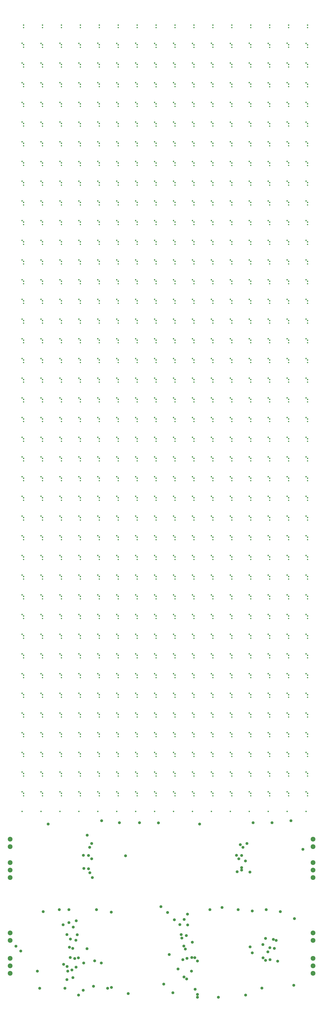
<source format=gts>
G04 Layer_Color=8388736*
%FSLAX25Y25*%
%MOIN*%
G70*
G01*
G75*
%ADD20C,0.09658*%
%ADD21C,0.02600*%
%ADD22C,0.02800*%
%ADD23C,0.05800*%
D20*
X4846500Y2388500D02*
D03*
Y2373500D02*
D03*
Y2358500D02*
D03*
X4238500Y2388500D02*
D03*
Y2373500D02*
D03*
Y2358500D02*
D03*
X4846500Y2232500D02*
D03*
Y2247500D02*
D03*
X4238500Y2232500D02*
D03*
Y2247500D02*
D03*
X4846500Y2196500D02*
D03*
Y2181500D02*
D03*
Y2166500D02*
D03*
X4238500Y2196500D02*
D03*
Y2181500D02*
D03*
Y2166500D02*
D03*
X4846500Y2420500D02*
D03*
Y2435500D02*
D03*
X4238500Y2420500D02*
D03*
Y2435500D02*
D03*
D21*
X4265500Y2522543D02*
D03*
Y2562043D02*
D03*
Y2601543D02*
D03*
Y2641043D02*
D03*
Y2680543D02*
D03*
Y2720043D02*
D03*
Y2759543D02*
D03*
Y2799043D02*
D03*
Y2838543D02*
D03*
Y3154543D02*
D03*
Y3470543D02*
D03*
Y3786587D02*
D03*
Y2878043D02*
D03*
Y3194043D02*
D03*
Y3510043D02*
D03*
Y3826086D02*
D03*
Y2917543D02*
D03*
Y3233543D02*
D03*
Y3549543D02*
D03*
Y3865586D02*
D03*
Y2957043D02*
D03*
Y3273043D02*
D03*
Y3589043D02*
D03*
Y3905087D02*
D03*
Y2996543D02*
D03*
Y3312543D02*
D03*
Y3628543D02*
D03*
Y3944587D02*
D03*
Y3036043D02*
D03*
Y3352043D02*
D03*
Y3668043D02*
D03*
Y3984087D02*
D03*
Y3075543D02*
D03*
Y3391543D02*
D03*
Y3707543D02*
D03*
Y4023587D02*
D03*
Y3115043D02*
D03*
Y3431043D02*
D03*
Y3747043D02*
D03*
Y4063087D02*
D03*
X4303500Y2522500D02*
D03*
Y2562000D02*
D03*
Y2601500D02*
D03*
Y2641000D02*
D03*
Y2680500D02*
D03*
Y2720000D02*
D03*
Y2759500D02*
D03*
Y2799000D02*
D03*
Y2838500D02*
D03*
Y3154500D02*
D03*
Y3470500D02*
D03*
Y3786500D02*
D03*
Y2878000D02*
D03*
Y3194000D02*
D03*
Y3510000D02*
D03*
Y3826000D02*
D03*
Y2917500D02*
D03*
Y3233500D02*
D03*
Y3549500D02*
D03*
Y3865500D02*
D03*
Y2957000D02*
D03*
Y3273000D02*
D03*
Y3589000D02*
D03*
Y3905000D02*
D03*
Y2996500D02*
D03*
Y3312500D02*
D03*
Y3628500D02*
D03*
Y3944500D02*
D03*
Y3036000D02*
D03*
Y3352000D02*
D03*
Y3668000D02*
D03*
Y3984000D02*
D03*
Y3075500D02*
D03*
Y3391500D02*
D03*
Y3707500D02*
D03*
Y4023500D02*
D03*
Y3115000D02*
D03*
Y3431000D02*
D03*
Y3747000D02*
D03*
Y4063000D02*
D03*
X4341500Y2522543D02*
D03*
Y2562043D02*
D03*
Y2601543D02*
D03*
Y2641043D02*
D03*
Y2680543D02*
D03*
Y2720043D02*
D03*
Y2759543D02*
D03*
Y2799043D02*
D03*
Y2838543D02*
D03*
Y3154543D02*
D03*
Y3470543D02*
D03*
Y3786587D02*
D03*
Y2878043D02*
D03*
Y3194043D02*
D03*
Y3510043D02*
D03*
Y3826086D02*
D03*
Y2917543D02*
D03*
Y3233543D02*
D03*
Y3549543D02*
D03*
Y3865586D02*
D03*
Y2957043D02*
D03*
Y3273043D02*
D03*
Y3589043D02*
D03*
Y3905087D02*
D03*
Y2996543D02*
D03*
Y3312543D02*
D03*
Y3628543D02*
D03*
Y3944587D02*
D03*
Y3036043D02*
D03*
Y3352043D02*
D03*
Y3668043D02*
D03*
Y3984087D02*
D03*
Y3075543D02*
D03*
Y3391543D02*
D03*
Y3707543D02*
D03*
Y4023587D02*
D03*
Y3115043D02*
D03*
Y3431043D02*
D03*
Y3747043D02*
D03*
Y4063087D02*
D03*
X4379500Y2522500D02*
D03*
Y2562000D02*
D03*
Y2601500D02*
D03*
Y2641000D02*
D03*
Y2680500D02*
D03*
Y2720000D02*
D03*
Y2759500D02*
D03*
Y2799000D02*
D03*
Y2838500D02*
D03*
Y3154500D02*
D03*
Y3470500D02*
D03*
Y3786500D02*
D03*
Y2878000D02*
D03*
Y3194000D02*
D03*
Y3510000D02*
D03*
Y3826000D02*
D03*
Y2917500D02*
D03*
Y3233500D02*
D03*
Y3549500D02*
D03*
Y3865500D02*
D03*
Y2957000D02*
D03*
Y3273000D02*
D03*
Y3589000D02*
D03*
Y3905000D02*
D03*
Y2996500D02*
D03*
Y3312500D02*
D03*
Y3628500D02*
D03*
Y3944500D02*
D03*
Y3036000D02*
D03*
Y3352000D02*
D03*
Y3668000D02*
D03*
Y3984000D02*
D03*
Y3075500D02*
D03*
Y3391500D02*
D03*
Y3707500D02*
D03*
Y4023500D02*
D03*
Y3115000D02*
D03*
Y3431000D02*
D03*
Y3747000D02*
D03*
Y4063000D02*
D03*
X4417500Y2522543D02*
D03*
Y2562043D02*
D03*
Y2601543D02*
D03*
Y2641043D02*
D03*
Y2680543D02*
D03*
Y2720043D02*
D03*
Y2759543D02*
D03*
Y2799043D02*
D03*
Y2838543D02*
D03*
Y3154543D02*
D03*
Y3470543D02*
D03*
Y3786587D02*
D03*
Y2878043D02*
D03*
Y3194043D02*
D03*
Y3510043D02*
D03*
Y3826086D02*
D03*
Y2917543D02*
D03*
Y3233543D02*
D03*
Y3549543D02*
D03*
Y3865586D02*
D03*
Y2957043D02*
D03*
Y3273043D02*
D03*
Y3589043D02*
D03*
Y3905087D02*
D03*
Y2996543D02*
D03*
Y3312543D02*
D03*
Y3628543D02*
D03*
Y3944587D02*
D03*
Y3036043D02*
D03*
Y3352043D02*
D03*
Y3668043D02*
D03*
Y3984087D02*
D03*
Y3075543D02*
D03*
Y3391543D02*
D03*
Y3707543D02*
D03*
Y4023587D02*
D03*
Y3115043D02*
D03*
Y3431043D02*
D03*
Y3747043D02*
D03*
Y4063087D02*
D03*
X4455500Y2522500D02*
D03*
Y2562000D02*
D03*
Y2601500D02*
D03*
Y2641000D02*
D03*
Y2680500D02*
D03*
Y2720000D02*
D03*
Y2759500D02*
D03*
Y2799000D02*
D03*
Y2838500D02*
D03*
Y3154500D02*
D03*
Y3470500D02*
D03*
Y3786500D02*
D03*
Y2878000D02*
D03*
Y3194000D02*
D03*
Y3510000D02*
D03*
Y3826000D02*
D03*
Y2917500D02*
D03*
Y3233500D02*
D03*
Y3549500D02*
D03*
Y3865500D02*
D03*
Y2957000D02*
D03*
Y3273000D02*
D03*
Y3589000D02*
D03*
Y3905000D02*
D03*
Y2996500D02*
D03*
Y3312500D02*
D03*
Y3628500D02*
D03*
Y3944500D02*
D03*
Y3036000D02*
D03*
Y3352000D02*
D03*
Y3668000D02*
D03*
Y3984000D02*
D03*
Y3075500D02*
D03*
Y3391500D02*
D03*
Y3707500D02*
D03*
Y4023500D02*
D03*
Y3115000D02*
D03*
Y3431000D02*
D03*
Y3747000D02*
D03*
Y4063000D02*
D03*
X4493500Y2522543D02*
D03*
Y2562043D02*
D03*
Y2601543D02*
D03*
Y2641043D02*
D03*
Y2680543D02*
D03*
Y2720043D02*
D03*
Y2759543D02*
D03*
Y2799043D02*
D03*
Y2838543D02*
D03*
Y3154543D02*
D03*
Y3470543D02*
D03*
Y3786587D02*
D03*
Y2878043D02*
D03*
Y3194043D02*
D03*
Y3510043D02*
D03*
Y3826086D02*
D03*
Y2917543D02*
D03*
Y3233543D02*
D03*
Y3549543D02*
D03*
Y3865586D02*
D03*
Y2957043D02*
D03*
Y3273043D02*
D03*
Y3589043D02*
D03*
Y3905087D02*
D03*
Y2996543D02*
D03*
Y3312543D02*
D03*
Y3628543D02*
D03*
Y3944587D02*
D03*
Y3036043D02*
D03*
Y3352043D02*
D03*
Y3668043D02*
D03*
Y3984087D02*
D03*
Y3075543D02*
D03*
Y3391543D02*
D03*
Y3707543D02*
D03*
Y4023587D02*
D03*
Y3115043D02*
D03*
Y3431043D02*
D03*
Y3747043D02*
D03*
Y4063087D02*
D03*
X4531500Y2522500D02*
D03*
Y2562000D02*
D03*
Y2601500D02*
D03*
Y2641000D02*
D03*
Y2680500D02*
D03*
Y2720000D02*
D03*
Y2759500D02*
D03*
Y2799000D02*
D03*
Y2838500D02*
D03*
Y3154500D02*
D03*
Y3470500D02*
D03*
Y3786500D02*
D03*
Y2878000D02*
D03*
Y3194000D02*
D03*
Y3510000D02*
D03*
Y3826000D02*
D03*
Y2917500D02*
D03*
Y3233500D02*
D03*
Y3549500D02*
D03*
Y3865500D02*
D03*
Y2957000D02*
D03*
Y3273000D02*
D03*
Y3589000D02*
D03*
Y3905000D02*
D03*
Y2996500D02*
D03*
Y3312500D02*
D03*
Y3628500D02*
D03*
Y3944500D02*
D03*
Y3036000D02*
D03*
Y3352000D02*
D03*
Y3668000D02*
D03*
Y3984000D02*
D03*
Y3075500D02*
D03*
Y3391500D02*
D03*
Y3707500D02*
D03*
Y4023500D02*
D03*
Y3115000D02*
D03*
Y3431000D02*
D03*
Y3747000D02*
D03*
Y4063000D02*
D03*
X4569500Y2522543D02*
D03*
Y2562043D02*
D03*
Y2601543D02*
D03*
Y2641043D02*
D03*
Y2680543D02*
D03*
Y2720043D02*
D03*
Y2759543D02*
D03*
Y2799043D02*
D03*
Y2838543D02*
D03*
Y3154543D02*
D03*
Y3470543D02*
D03*
Y3786587D02*
D03*
Y2878043D02*
D03*
Y3194043D02*
D03*
Y3510043D02*
D03*
Y3826086D02*
D03*
Y2917543D02*
D03*
Y3233543D02*
D03*
Y3549543D02*
D03*
Y3865586D02*
D03*
Y2957043D02*
D03*
Y3273043D02*
D03*
Y3589043D02*
D03*
Y3905087D02*
D03*
Y2996543D02*
D03*
Y3312543D02*
D03*
Y3628543D02*
D03*
Y3944587D02*
D03*
Y3036043D02*
D03*
Y3352043D02*
D03*
Y3668043D02*
D03*
Y3984087D02*
D03*
Y3075543D02*
D03*
Y3391543D02*
D03*
Y3707543D02*
D03*
Y4023587D02*
D03*
Y3115043D02*
D03*
Y3431043D02*
D03*
Y3747043D02*
D03*
Y4063087D02*
D03*
X4607500Y2522500D02*
D03*
Y2562000D02*
D03*
Y2601500D02*
D03*
Y2641000D02*
D03*
Y2680500D02*
D03*
Y2720000D02*
D03*
Y2759500D02*
D03*
Y2799000D02*
D03*
Y2838500D02*
D03*
Y3154500D02*
D03*
Y3470500D02*
D03*
Y3786500D02*
D03*
Y2878000D02*
D03*
Y3194000D02*
D03*
Y3510000D02*
D03*
Y3826000D02*
D03*
Y2917500D02*
D03*
Y3233500D02*
D03*
Y3549500D02*
D03*
Y3865500D02*
D03*
Y2957000D02*
D03*
Y3273000D02*
D03*
Y3589000D02*
D03*
Y3905000D02*
D03*
Y2996500D02*
D03*
Y3312500D02*
D03*
Y3628500D02*
D03*
Y3944500D02*
D03*
Y3036000D02*
D03*
Y3352000D02*
D03*
Y3668000D02*
D03*
Y3984000D02*
D03*
Y3075500D02*
D03*
Y3391500D02*
D03*
Y3707500D02*
D03*
Y4023500D02*
D03*
Y3115000D02*
D03*
Y3431000D02*
D03*
Y3747000D02*
D03*
Y4063000D02*
D03*
X4645500Y2522543D02*
D03*
Y2562043D02*
D03*
Y2601543D02*
D03*
Y2641043D02*
D03*
Y2680543D02*
D03*
Y2720043D02*
D03*
Y2759543D02*
D03*
Y2799043D02*
D03*
Y2838543D02*
D03*
Y3154543D02*
D03*
Y3470543D02*
D03*
Y3786587D02*
D03*
Y2878043D02*
D03*
Y3194043D02*
D03*
Y3510043D02*
D03*
Y3826086D02*
D03*
Y2917543D02*
D03*
Y3233543D02*
D03*
Y3549543D02*
D03*
Y3865586D02*
D03*
Y2957043D02*
D03*
Y3273043D02*
D03*
Y3589043D02*
D03*
Y3905087D02*
D03*
Y2996543D02*
D03*
Y3312543D02*
D03*
Y3628543D02*
D03*
Y3944587D02*
D03*
Y3036043D02*
D03*
Y3352043D02*
D03*
Y3668043D02*
D03*
Y3984087D02*
D03*
Y3075543D02*
D03*
Y3391543D02*
D03*
Y3707543D02*
D03*
Y4023587D02*
D03*
Y3115043D02*
D03*
Y3431043D02*
D03*
Y3747043D02*
D03*
Y4063087D02*
D03*
X4683500Y2522500D02*
D03*
Y2562000D02*
D03*
Y2601500D02*
D03*
Y2641000D02*
D03*
Y2680500D02*
D03*
Y2720000D02*
D03*
Y2759500D02*
D03*
Y2799000D02*
D03*
Y2838500D02*
D03*
Y3154500D02*
D03*
Y3470500D02*
D03*
Y3786500D02*
D03*
Y2878000D02*
D03*
Y3194000D02*
D03*
Y3510000D02*
D03*
Y3826000D02*
D03*
Y2917500D02*
D03*
Y3233500D02*
D03*
Y3549500D02*
D03*
Y3865500D02*
D03*
Y2957000D02*
D03*
Y3273000D02*
D03*
Y3589000D02*
D03*
Y3905000D02*
D03*
Y2996500D02*
D03*
Y3312500D02*
D03*
Y3628500D02*
D03*
Y3944500D02*
D03*
Y3036000D02*
D03*
Y3352000D02*
D03*
Y3668000D02*
D03*
Y3984000D02*
D03*
Y3075500D02*
D03*
Y3391500D02*
D03*
Y3707500D02*
D03*
Y4023500D02*
D03*
Y3115000D02*
D03*
Y3431000D02*
D03*
Y3747000D02*
D03*
Y4063000D02*
D03*
X4721500Y2522543D02*
D03*
Y2562043D02*
D03*
Y2601543D02*
D03*
Y2641043D02*
D03*
Y2680543D02*
D03*
Y2720043D02*
D03*
Y2759543D02*
D03*
Y2799043D02*
D03*
Y2838543D02*
D03*
Y3154543D02*
D03*
Y3470543D02*
D03*
Y3786587D02*
D03*
Y2878043D02*
D03*
Y3194043D02*
D03*
Y3510043D02*
D03*
Y3826086D02*
D03*
Y2917543D02*
D03*
Y3233543D02*
D03*
Y3549543D02*
D03*
Y3865586D02*
D03*
Y2957043D02*
D03*
Y3273043D02*
D03*
Y3589043D02*
D03*
Y3905087D02*
D03*
Y2996543D02*
D03*
Y3312543D02*
D03*
Y3628543D02*
D03*
Y3944587D02*
D03*
Y3036043D02*
D03*
Y3352043D02*
D03*
Y3668043D02*
D03*
Y3984087D02*
D03*
Y3075543D02*
D03*
Y3391543D02*
D03*
Y3707543D02*
D03*
Y4023587D02*
D03*
Y3115043D02*
D03*
Y3431043D02*
D03*
Y3747043D02*
D03*
Y4063087D02*
D03*
X4759500Y2522500D02*
D03*
Y2562000D02*
D03*
Y2601500D02*
D03*
Y2641000D02*
D03*
Y2680500D02*
D03*
Y2720000D02*
D03*
Y2759500D02*
D03*
Y2799000D02*
D03*
Y2838500D02*
D03*
Y3154500D02*
D03*
Y3470500D02*
D03*
Y3786500D02*
D03*
Y2878000D02*
D03*
Y3194000D02*
D03*
Y3510000D02*
D03*
Y3826000D02*
D03*
Y2917500D02*
D03*
Y3233500D02*
D03*
Y3549500D02*
D03*
Y3865500D02*
D03*
Y2957000D02*
D03*
Y3273000D02*
D03*
Y3589000D02*
D03*
Y3905000D02*
D03*
Y2996500D02*
D03*
Y3312500D02*
D03*
Y3628500D02*
D03*
Y3944500D02*
D03*
Y3036000D02*
D03*
Y3352000D02*
D03*
Y3668000D02*
D03*
Y3984000D02*
D03*
Y3075500D02*
D03*
Y3391500D02*
D03*
Y3707500D02*
D03*
Y4023500D02*
D03*
Y3115000D02*
D03*
Y3431000D02*
D03*
Y3747000D02*
D03*
Y4063000D02*
D03*
X4797500Y2522543D02*
D03*
Y2562043D02*
D03*
Y2601543D02*
D03*
Y2641043D02*
D03*
Y2680543D02*
D03*
Y2720043D02*
D03*
Y2759543D02*
D03*
Y2799043D02*
D03*
Y2838543D02*
D03*
Y3154543D02*
D03*
Y3470543D02*
D03*
Y3786587D02*
D03*
Y2878043D02*
D03*
Y3194043D02*
D03*
Y3510043D02*
D03*
Y3826086D02*
D03*
Y2917543D02*
D03*
Y3233543D02*
D03*
Y3549543D02*
D03*
Y3865586D02*
D03*
Y2957043D02*
D03*
Y3273043D02*
D03*
Y3589043D02*
D03*
Y3905087D02*
D03*
Y2996543D02*
D03*
Y3312543D02*
D03*
Y3628543D02*
D03*
Y3944587D02*
D03*
Y3036043D02*
D03*
Y3352043D02*
D03*
Y3668043D02*
D03*
Y3984087D02*
D03*
Y3075543D02*
D03*
Y3391543D02*
D03*
Y3707543D02*
D03*
Y4023587D02*
D03*
Y3115043D02*
D03*
Y3431043D02*
D03*
Y3747043D02*
D03*
Y4063087D02*
D03*
X4835500Y2522500D02*
D03*
Y2562000D02*
D03*
Y2601500D02*
D03*
Y2641000D02*
D03*
Y2680500D02*
D03*
Y2720000D02*
D03*
Y2759500D02*
D03*
Y2799000D02*
D03*
Y2838500D02*
D03*
Y3154500D02*
D03*
Y3470500D02*
D03*
Y3786500D02*
D03*
Y2878000D02*
D03*
Y3194000D02*
D03*
Y3510000D02*
D03*
Y3826000D02*
D03*
Y2917500D02*
D03*
Y3233500D02*
D03*
Y3549500D02*
D03*
Y3865500D02*
D03*
Y2957000D02*
D03*
Y3273000D02*
D03*
Y3589000D02*
D03*
Y3905000D02*
D03*
Y2996500D02*
D03*
Y3312500D02*
D03*
Y3628500D02*
D03*
Y3944500D02*
D03*
Y3036000D02*
D03*
Y3352000D02*
D03*
Y3668000D02*
D03*
Y3984000D02*
D03*
Y3075500D02*
D03*
Y3391500D02*
D03*
Y3707500D02*
D03*
Y4023500D02*
D03*
Y3115000D02*
D03*
Y3431000D02*
D03*
Y3747000D02*
D03*
Y4063000D02*
D03*
D22*
X4262500Y2491043D02*
D03*
X4265500Y2527543D02*
D03*
X4262500Y2530543D02*
D03*
X4265500Y2567043D02*
D03*
X4262500Y2570043D02*
D03*
X4265500Y2606543D02*
D03*
X4262500Y2609543D02*
D03*
X4265500Y2646043D02*
D03*
X4262500Y2649043D02*
D03*
X4265500Y2685543D02*
D03*
X4262500Y2688543D02*
D03*
X4265500Y2725043D02*
D03*
X4262500Y2728043D02*
D03*
X4265500Y2764543D02*
D03*
X4262500Y2767543D02*
D03*
X4265500Y2804043D02*
D03*
X4262500Y2807043D02*
D03*
X4265500Y2843543D02*
D03*
X4262500Y3123043D02*
D03*
X4265500Y3159543D02*
D03*
X4262500Y3439043D02*
D03*
X4265500Y3475543D02*
D03*
X4262500Y3755087D02*
D03*
X4265500Y3791587D02*
D03*
X4262500Y2846543D02*
D03*
X4265500Y2883043D02*
D03*
X4262500Y3162543D02*
D03*
X4265500Y3199043D02*
D03*
X4262500Y3478543D02*
D03*
X4265500Y3515043D02*
D03*
X4262500Y3794587D02*
D03*
X4265500Y3831087D02*
D03*
X4262500Y2886043D02*
D03*
X4265500Y2922543D02*
D03*
X4262500Y3202043D02*
D03*
X4265500Y3238543D02*
D03*
X4262500Y3518043D02*
D03*
X4265500Y3554543D02*
D03*
X4262500Y3834087D02*
D03*
X4265500Y3870587D02*
D03*
X4262500Y2925543D02*
D03*
X4265500Y2962043D02*
D03*
X4262500Y3241543D02*
D03*
X4265500Y3278043D02*
D03*
X4262500Y3557543D02*
D03*
X4265500Y3594043D02*
D03*
X4262500Y3873587D02*
D03*
X4265500Y3910086D02*
D03*
X4262500Y2965043D02*
D03*
X4265500Y3001543D02*
D03*
X4262500Y3281043D02*
D03*
X4265500Y3317543D02*
D03*
X4262500Y3597043D02*
D03*
X4265500Y3633543D02*
D03*
X4262500Y3913087D02*
D03*
X4265500Y3949586D02*
D03*
X4262500Y3004543D02*
D03*
X4265500Y3041043D02*
D03*
X4262500Y3320543D02*
D03*
X4265500Y3357043D02*
D03*
X4262500Y3636543D02*
D03*
X4265500Y3673043D02*
D03*
X4262500Y3952587D02*
D03*
X4265500Y3989087D02*
D03*
X4262500Y3044043D02*
D03*
X4265500Y3080543D02*
D03*
X4262500Y3360043D02*
D03*
X4265500Y3396543D02*
D03*
X4262500Y3676043D02*
D03*
X4265500Y3712543D02*
D03*
X4262500Y3992086D02*
D03*
X4265500Y4028587D02*
D03*
X4262500Y3083543D02*
D03*
X4265500Y3120043D02*
D03*
X4262500Y3399543D02*
D03*
X4265500Y3436043D02*
D03*
X4262500Y3715543D02*
D03*
X4265500Y3752043D02*
D03*
X4262500Y4031586D02*
D03*
X4265500Y4068087D02*
D03*
X4300500Y2491000D02*
D03*
X4303500Y2527500D02*
D03*
X4300500Y2530500D02*
D03*
X4303500Y2567000D02*
D03*
X4300500Y2570000D02*
D03*
X4303500Y2606500D02*
D03*
X4300500Y2609500D02*
D03*
X4303500Y2646000D02*
D03*
X4300500Y2649000D02*
D03*
X4303500Y2685500D02*
D03*
X4300500Y2688500D02*
D03*
X4303500Y2725000D02*
D03*
X4300500Y2728000D02*
D03*
X4303500Y2764500D02*
D03*
X4300500Y2767500D02*
D03*
X4303500Y2804000D02*
D03*
X4300500Y2807000D02*
D03*
X4303500Y2843500D02*
D03*
X4300500Y3123000D02*
D03*
X4303500Y3159500D02*
D03*
X4300500Y3439000D02*
D03*
X4303500Y3475500D02*
D03*
X4300500Y3755000D02*
D03*
X4303500Y3791500D02*
D03*
X4300500Y2846500D02*
D03*
X4303500Y2883000D02*
D03*
X4300500Y3162500D02*
D03*
X4303500Y3199000D02*
D03*
X4300500Y3478500D02*
D03*
X4303500Y3515000D02*
D03*
X4300500Y3794500D02*
D03*
X4303500Y3831000D02*
D03*
X4300500Y2886000D02*
D03*
X4303500Y2922500D02*
D03*
X4300500Y3202000D02*
D03*
X4303500Y3238500D02*
D03*
X4300500Y3518000D02*
D03*
X4303500Y3554500D02*
D03*
X4300500Y3834000D02*
D03*
X4303500Y3870500D02*
D03*
X4300500Y2925500D02*
D03*
X4303500Y2962000D02*
D03*
X4300500Y3241500D02*
D03*
X4303500Y3278000D02*
D03*
X4300500Y3557500D02*
D03*
X4303500Y3594000D02*
D03*
X4300500Y3873500D02*
D03*
X4303500Y3910000D02*
D03*
X4300500Y2965000D02*
D03*
X4303500Y3001500D02*
D03*
X4300500Y3281000D02*
D03*
X4303500Y3317500D02*
D03*
X4300500Y3597000D02*
D03*
X4303500Y3633500D02*
D03*
X4300500Y3913000D02*
D03*
X4303500Y3949500D02*
D03*
X4300500Y3004500D02*
D03*
X4303500Y3041000D02*
D03*
X4300500Y3320500D02*
D03*
X4303500Y3357000D02*
D03*
X4300500Y3636500D02*
D03*
X4303500Y3673000D02*
D03*
X4300500Y3952500D02*
D03*
X4303500Y3989000D02*
D03*
X4300500Y3044000D02*
D03*
X4303500Y3080500D02*
D03*
X4300500Y3360000D02*
D03*
X4303500Y3396500D02*
D03*
X4300500Y3676000D02*
D03*
X4303500Y3712500D02*
D03*
X4300500Y3992000D02*
D03*
X4303500Y4028500D02*
D03*
X4300500Y3083500D02*
D03*
X4303500Y3120000D02*
D03*
X4300500Y3399500D02*
D03*
X4303500Y3436000D02*
D03*
X4300500Y3715500D02*
D03*
X4303500Y3752000D02*
D03*
X4300500Y4031500D02*
D03*
X4303500Y4068000D02*
D03*
X4338500Y2491043D02*
D03*
X4341500Y2527543D02*
D03*
X4338500Y2530543D02*
D03*
X4341500Y2567043D02*
D03*
X4338500Y2570043D02*
D03*
X4341500Y2606543D02*
D03*
X4338500Y2609543D02*
D03*
X4341500Y2646043D02*
D03*
X4338500Y2649043D02*
D03*
X4341500Y2685543D02*
D03*
X4338500Y2688543D02*
D03*
X4341500Y2725043D02*
D03*
X4338500Y2728043D02*
D03*
X4341500Y2764543D02*
D03*
X4338500Y2767543D02*
D03*
X4341500Y2804043D02*
D03*
X4338500Y2807043D02*
D03*
X4341500Y2843543D02*
D03*
X4338500Y3123043D02*
D03*
X4341500Y3159543D02*
D03*
X4338500Y3439043D02*
D03*
X4341500Y3475543D02*
D03*
X4338500Y3755087D02*
D03*
X4341500Y3791587D02*
D03*
X4338500Y2846543D02*
D03*
X4341500Y2883043D02*
D03*
X4338500Y3162543D02*
D03*
X4341500Y3199043D02*
D03*
X4338500Y3478543D02*
D03*
X4341500Y3515043D02*
D03*
X4338500Y3794587D02*
D03*
X4341500Y3831087D02*
D03*
X4338500Y2886043D02*
D03*
X4341500Y2922543D02*
D03*
X4338500Y3202043D02*
D03*
X4341500Y3238543D02*
D03*
X4338500Y3518043D02*
D03*
X4341500Y3554543D02*
D03*
X4338500Y3834087D02*
D03*
X4341500Y3870587D02*
D03*
X4338500Y2925543D02*
D03*
X4341500Y2962043D02*
D03*
X4338500Y3241543D02*
D03*
X4341500Y3278043D02*
D03*
X4338500Y3557543D02*
D03*
X4341500Y3594043D02*
D03*
X4338500Y3873587D02*
D03*
X4341500Y3910086D02*
D03*
X4338500Y2965043D02*
D03*
X4341500Y3001543D02*
D03*
X4338500Y3281043D02*
D03*
X4341500Y3317543D02*
D03*
X4338500Y3597043D02*
D03*
X4341500Y3633543D02*
D03*
X4338500Y3913087D02*
D03*
X4341500Y3949586D02*
D03*
X4338500Y3004543D02*
D03*
X4341500Y3041043D02*
D03*
X4338500Y3320543D02*
D03*
X4341500Y3357043D02*
D03*
X4338500Y3636543D02*
D03*
X4341500Y3673043D02*
D03*
X4338500Y3952587D02*
D03*
X4341500Y3989087D02*
D03*
X4338500Y3044043D02*
D03*
X4341500Y3080543D02*
D03*
X4338500Y3360043D02*
D03*
X4341500Y3396543D02*
D03*
X4338500Y3676043D02*
D03*
X4341500Y3712543D02*
D03*
X4338500Y3992086D02*
D03*
X4341500Y4028587D02*
D03*
X4338500Y3083543D02*
D03*
X4341500Y3120043D02*
D03*
X4338500Y3399543D02*
D03*
X4341500Y3436043D02*
D03*
X4338500Y3715543D02*
D03*
X4341500Y3752043D02*
D03*
X4338500Y4031586D02*
D03*
X4341500Y4068087D02*
D03*
X4376500Y2491000D02*
D03*
X4379500Y2527500D02*
D03*
X4376500Y2530500D02*
D03*
X4379500Y2567000D02*
D03*
X4376500Y2570000D02*
D03*
X4379500Y2606500D02*
D03*
X4376500Y2609500D02*
D03*
X4379500Y2646000D02*
D03*
X4376500Y2649000D02*
D03*
X4379500Y2685500D02*
D03*
X4376500Y2688500D02*
D03*
X4379500Y2725000D02*
D03*
X4376500Y2728000D02*
D03*
X4379500Y2764500D02*
D03*
X4376500Y2767500D02*
D03*
X4379500Y2804000D02*
D03*
X4376500Y2807000D02*
D03*
X4379500Y2843500D02*
D03*
X4376500Y3123000D02*
D03*
X4379500Y3159500D02*
D03*
X4376500Y3439000D02*
D03*
X4379500Y3475500D02*
D03*
X4376500Y3755000D02*
D03*
X4379500Y3791500D02*
D03*
X4376500Y2846500D02*
D03*
X4379500Y2883000D02*
D03*
X4376500Y3162500D02*
D03*
X4379500Y3199000D02*
D03*
X4376500Y3478500D02*
D03*
X4379500Y3515000D02*
D03*
X4376500Y3794500D02*
D03*
X4379500Y3831000D02*
D03*
X4376500Y2886000D02*
D03*
X4379500Y2922500D02*
D03*
X4376500Y3202000D02*
D03*
X4379500Y3238500D02*
D03*
X4376500Y3518000D02*
D03*
X4379500Y3554500D02*
D03*
X4376500Y3834000D02*
D03*
X4379500Y3870500D02*
D03*
X4376500Y2925500D02*
D03*
X4379500Y2962000D02*
D03*
X4376500Y3241500D02*
D03*
X4379500Y3278000D02*
D03*
X4376500Y3557500D02*
D03*
X4379500Y3594000D02*
D03*
X4376500Y3873500D02*
D03*
X4379500Y3910000D02*
D03*
X4376500Y2965000D02*
D03*
X4379500Y3001500D02*
D03*
X4376500Y3281000D02*
D03*
X4379500Y3317500D02*
D03*
X4376500Y3597000D02*
D03*
X4379500Y3633500D02*
D03*
X4376500Y3913000D02*
D03*
X4379500Y3949500D02*
D03*
X4376500Y3004500D02*
D03*
X4379500Y3041000D02*
D03*
X4376500Y3320500D02*
D03*
X4379500Y3357000D02*
D03*
X4376500Y3636500D02*
D03*
X4379500Y3673000D02*
D03*
X4376500Y3952500D02*
D03*
X4379500Y3989000D02*
D03*
X4376500Y3044000D02*
D03*
X4379500Y3080500D02*
D03*
X4376500Y3360000D02*
D03*
X4379500Y3396500D02*
D03*
X4376500Y3676000D02*
D03*
X4379500Y3712500D02*
D03*
X4376500Y3992000D02*
D03*
X4379500Y4028500D02*
D03*
X4376500Y3083500D02*
D03*
X4379500Y3120000D02*
D03*
X4376500Y3399500D02*
D03*
X4379500Y3436000D02*
D03*
X4376500Y3715500D02*
D03*
X4379500Y3752000D02*
D03*
X4376500Y4031500D02*
D03*
X4379500Y4068000D02*
D03*
X4414500Y2491043D02*
D03*
X4417500Y2527543D02*
D03*
X4414500Y2530543D02*
D03*
X4417500Y2567043D02*
D03*
X4414500Y2570043D02*
D03*
X4417500Y2606543D02*
D03*
X4414500Y2609543D02*
D03*
X4417500Y2646043D02*
D03*
X4414500Y2649043D02*
D03*
X4417500Y2685543D02*
D03*
X4414500Y2688543D02*
D03*
X4417500Y2725043D02*
D03*
X4414500Y2728043D02*
D03*
X4417500Y2764543D02*
D03*
X4414500Y2767543D02*
D03*
X4417500Y2804043D02*
D03*
X4414500Y2807043D02*
D03*
X4417500Y2843543D02*
D03*
X4414500Y3123043D02*
D03*
X4417500Y3159543D02*
D03*
X4414500Y3439043D02*
D03*
X4417500Y3475543D02*
D03*
X4414500Y3755087D02*
D03*
X4417500Y3791587D02*
D03*
X4414500Y2846543D02*
D03*
X4417500Y2883043D02*
D03*
X4414500Y3162543D02*
D03*
X4417500Y3199043D02*
D03*
X4414500Y3478543D02*
D03*
X4417500Y3515043D02*
D03*
X4414500Y3794587D02*
D03*
X4417500Y3831087D02*
D03*
X4414500Y2886043D02*
D03*
X4417500Y2922543D02*
D03*
X4414500Y3202043D02*
D03*
X4417500Y3238543D02*
D03*
X4414500Y3518043D02*
D03*
X4417500Y3554543D02*
D03*
X4414500Y3834087D02*
D03*
X4417500Y3870587D02*
D03*
X4414500Y2925543D02*
D03*
X4417500Y2962043D02*
D03*
X4414500Y3241543D02*
D03*
X4417500Y3278043D02*
D03*
X4414500Y3557543D02*
D03*
X4417500Y3594043D02*
D03*
X4414500Y3873587D02*
D03*
X4417500Y3910086D02*
D03*
X4414500Y2965043D02*
D03*
X4417500Y3001543D02*
D03*
X4414500Y3281043D02*
D03*
X4417500Y3317543D02*
D03*
X4414500Y3597043D02*
D03*
X4417500Y3633543D02*
D03*
X4414500Y3913087D02*
D03*
X4417500Y3949586D02*
D03*
X4414500Y3004543D02*
D03*
X4417500Y3041043D02*
D03*
X4414500Y3320543D02*
D03*
X4417500Y3357043D02*
D03*
X4414500Y3636543D02*
D03*
X4417500Y3673043D02*
D03*
X4414500Y3952587D02*
D03*
X4417500Y3989087D02*
D03*
X4414500Y3044043D02*
D03*
X4417500Y3080543D02*
D03*
X4414500Y3360043D02*
D03*
X4417500Y3396543D02*
D03*
X4414500Y3676043D02*
D03*
X4417500Y3712543D02*
D03*
X4414500Y3992086D02*
D03*
X4417500Y4028587D02*
D03*
X4414500Y3083543D02*
D03*
X4417500Y3120043D02*
D03*
X4414500Y3399543D02*
D03*
X4417500Y3436043D02*
D03*
X4414500Y3715543D02*
D03*
X4417500Y3752043D02*
D03*
X4414500Y4031586D02*
D03*
X4417500Y4068087D02*
D03*
X4452500Y2491000D02*
D03*
X4455500Y2527500D02*
D03*
X4452500Y2530500D02*
D03*
X4455500Y2567000D02*
D03*
X4452500Y2570000D02*
D03*
X4455500Y2606500D02*
D03*
X4452500Y2609500D02*
D03*
X4455500Y2646000D02*
D03*
X4452500Y2649000D02*
D03*
X4455500Y2685500D02*
D03*
X4452500Y2688500D02*
D03*
X4455500Y2725000D02*
D03*
X4452500Y2728000D02*
D03*
X4455500Y2764500D02*
D03*
X4452500Y2767500D02*
D03*
X4455500Y2804000D02*
D03*
X4452500Y2807000D02*
D03*
X4455500Y2843500D02*
D03*
X4452500Y3123000D02*
D03*
X4455500Y3159500D02*
D03*
X4452500Y3439000D02*
D03*
X4455500Y3475500D02*
D03*
X4452500Y3755000D02*
D03*
X4455500Y3791500D02*
D03*
X4452500Y2846500D02*
D03*
X4455500Y2883000D02*
D03*
X4452500Y3162500D02*
D03*
X4455500Y3199000D02*
D03*
X4452500Y3478500D02*
D03*
X4455500Y3515000D02*
D03*
X4452500Y3794500D02*
D03*
X4455500Y3831000D02*
D03*
X4452500Y2886000D02*
D03*
X4455500Y2922500D02*
D03*
X4452500Y3202000D02*
D03*
X4455500Y3238500D02*
D03*
X4452500Y3518000D02*
D03*
X4455500Y3554500D02*
D03*
X4452500Y3834000D02*
D03*
X4455500Y3870500D02*
D03*
X4452500Y2925500D02*
D03*
X4455500Y2962000D02*
D03*
X4452500Y3241500D02*
D03*
X4455500Y3278000D02*
D03*
X4452500Y3557500D02*
D03*
X4455500Y3594000D02*
D03*
X4452500Y3873500D02*
D03*
X4455500Y3910000D02*
D03*
X4452500Y2965000D02*
D03*
X4455500Y3001500D02*
D03*
X4452500Y3281000D02*
D03*
X4455500Y3317500D02*
D03*
X4452500Y3597000D02*
D03*
X4455500Y3633500D02*
D03*
X4452500Y3913000D02*
D03*
X4455500Y3949500D02*
D03*
X4452500Y3004500D02*
D03*
X4455500Y3041000D02*
D03*
X4452500Y3320500D02*
D03*
X4455500Y3357000D02*
D03*
X4452500Y3636500D02*
D03*
X4455500Y3673000D02*
D03*
X4452500Y3952500D02*
D03*
X4455500Y3989000D02*
D03*
X4452500Y3044000D02*
D03*
X4455500Y3080500D02*
D03*
X4452500Y3360000D02*
D03*
X4455500Y3396500D02*
D03*
X4452500Y3676000D02*
D03*
X4455500Y3712500D02*
D03*
X4452500Y3992000D02*
D03*
X4455500Y4028500D02*
D03*
X4452500Y3083500D02*
D03*
X4455500Y3120000D02*
D03*
X4452500Y3399500D02*
D03*
X4455500Y3436000D02*
D03*
X4452500Y3715500D02*
D03*
X4455500Y3752000D02*
D03*
X4452500Y4031500D02*
D03*
X4455500Y4068000D02*
D03*
X4490500Y2491043D02*
D03*
X4493500Y2527543D02*
D03*
X4490500Y2530543D02*
D03*
X4493500Y2567043D02*
D03*
X4490500Y2570043D02*
D03*
X4493500Y2606543D02*
D03*
X4490500Y2609543D02*
D03*
X4493500Y2646043D02*
D03*
X4490500Y2649043D02*
D03*
X4493500Y2685543D02*
D03*
X4490500Y2688543D02*
D03*
X4493500Y2725043D02*
D03*
X4490500Y2728043D02*
D03*
X4493500Y2764543D02*
D03*
X4490500Y2767543D02*
D03*
X4493500Y2804043D02*
D03*
X4490500Y2807043D02*
D03*
X4493500Y2843543D02*
D03*
X4490500Y3123043D02*
D03*
X4493500Y3159543D02*
D03*
X4490500Y3439043D02*
D03*
X4493500Y3475543D02*
D03*
X4490500Y3755087D02*
D03*
X4493500Y3791587D02*
D03*
X4490500Y2846543D02*
D03*
X4493500Y2883043D02*
D03*
X4490500Y3162543D02*
D03*
X4493500Y3199043D02*
D03*
X4490500Y3478543D02*
D03*
X4493500Y3515043D02*
D03*
X4490500Y3794587D02*
D03*
X4493500Y3831087D02*
D03*
X4490500Y2886043D02*
D03*
X4493500Y2922543D02*
D03*
X4490500Y3202043D02*
D03*
X4493500Y3238543D02*
D03*
X4490500Y3518043D02*
D03*
X4493500Y3554543D02*
D03*
X4490500Y3834087D02*
D03*
X4493500Y3870587D02*
D03*
X4490500Y2925543D02*
D03*
X4493500Y2962043D02*
D03*
X4490500Y3241543D02*
D03*
X4493500Y3278043D02*
D03*
X4490500Y3557543D02*
D03*
X4493500Y3594043D02*
D03*
X4490500Y3873587D02*
D03*
X4493500Y3910086D02*
D03*
X4490500Y2965043D02*
D03*
X4493500Y3001543D02*
D03*
X4490500Y3281043D02*
D03*
X4493500Y3317543D02*
D03*
X4490500Y3597043D02*
D03*
X4493500Y3633543D02*
D03*
X4490500Y3913087D02*
D03*
X4493500Y3949586D02*
D03*
X4490500Y3004543D02*
D03*
X4493500Y3041043D02*
D03*
X4490500Y3320543D02*
D03*
X4493500Y3357043D02*
D03*
X4490500Y3636543D02*
D03*
X4493500Y3673043D02*
D03*
X4490500Y3952587D02*
D03*
X4493500Y3989087D02*
D03*
X4490500Y3044043D02*
D03*
X4493500Y3080543D02*
D03*
X4490500Y3360043D02*
D03*
X4493500Y3396543D02*
D03*
X4490500Y3676043D02*
D03*
X4493500Y3712543D02*
D03*
X4490500Y3992086D02*
D03*
X4493500Y4028587D02*
D03*
X4490500Y3083543D02*
D03*
X4493500Y3120043D02*
D03*
X4490500Y3399543D02*
D03*
X4493500Y3436043D02*
D03*
X4490500Y3715543D02*
D03*
X4493500Y3752043D02*
D03*
X4490500Y4031586D02*
D03*
X4493500Y4068087D02*
D03*
X4528500Y2491000D02*
D03*
X4531500Y2527500D02*
D03*
X4528500Y2530500D02*
D03*
X4531500Y2567000D02*
D03*
X4528500Y2570000D02*
D03*
X4531500Y2606500D02*
D03*
X4528500Y2609500D02*
D03*
X4531500Y2646000D02*
D03*
X4528500Y2649000D02*
D03*
X4531500Y2685500D02*
D03*
X4528500Y2688500D02*
D03*
X4531500Y2725000D02*
D03*
X4528500Y2728000D02*
D03*
X4531500Y2764500D02*
D03*
X4528500Y2767500D02*
D03*
X4531500Y2804000D02*
D03*
X4528500Y2807000D02*
D03*
X4531500Y2843500D02*
D03*
X4528500Y3123000D02*
D03*
X4531500Y3159500D02*
D03*
X4528500Y3439000D02*
D03*
X4531500Y3475500D02*
D03*
X4528500Y3755000D02*
D03*
X4531500Y3791500D02*
D03*
X4528500Y2846500D02*
D03*
X4531500Y2883000D02*
D03*
X4528500Y3162500D02*
D03*
X4531500Y3199000D02*
D03*
X4528500Y3478500D02*
D03*
X4531500Y3515000D02*
D03*
X4528500Y3794500D02*
D03*
X4531500Y3831000D02*
D03*
X4528500Y2886000D02*
D03*
X4531500Y2922500D02*
D03*
X4528500Y3202000D02*
D03*
X4531500Y3238500D02*
D03*
X4528500Y3518000D02*
D03*
X4531500Y3554500D02*
D03*
X4528500Y3834000D02*
D03*
X4531500Y3870500D02*
D03*
X4528500Y2925500D02*
D03*
X4531500Y2962000D02*
D03*
X4528500Y3241500D02*
D03*
X4531500Y3278000D02*
D03*
X4528500Y3557500D02*
D03*
X4531500Y3594000D02*
D03*
X4528500Y3873500D02*
D03*
X4531500Y3910000D02*
D03*
X4528500Y2965000D02*
D03*
X4531500Y3001500D02*
D03*
X4528500Y3281000D02*
D03*
X4531500Y3317500D02*
D03*
X4528500Y3597000D02*
D03*
X4531500Y3633500D02*
D03*
X4528500Y3913000D02*
D03*
X4531500Y3949500D02*
D03*
X4528500Y3004500D02*
D03*
X4531500Y3041000D02*
D03*
X4528500Y3320500D02*
D03*
X4531500Y3357000D02*
D03*
X4528500Y3636500D02*
D03*
X4531500Y3673000D02*
D03*
X4528500Y3952500D02*
D03*
X4531500Y3989000D02*
D03*
X4528500Y3044000D02*
D03*
X4531500Y3080500D02*
D03*
X4528500Y3360000D02*
D03*
X4531500Y3396500D02*
D03*
X4528500Y3676000D02*
D03*
X4531500Y3712500D02*
D03*
X4528500Y3992000D02*
D03*
X4531500Y4028500D02*
D03*
X4528500Y3083500D02*
D03*
X4531500Y3120000D02*
D03*
X4528500Y3399500D02*
D03*
X4531500Y3436000D02*
D03*
X4528500Y3715500D02*
D03*
X4531500Y3752000D02*
D03*
X4528500Y4031500D02*
D03*
X4531500Y4068000D02*
D03*
X4566500Y2491043D02*
D03*
X4569500Y2527543D02*
D03*
X4566500Y2530543D02*
D03*
X4569500Y2567043D02*
D03*
X4566500Y2570043D02*
D03*
X4569500Y2606543D02*
D03*
X4566500Y2609543D02*
D03*
X4569500Y2646043D02*
D03*
X4566500Y2649043D02*
D03*
X4569500Y2685543D02*
D03*
X4566500Y2688543D02*
D03*
X4569500Y2725043D02*
D03*
X4566500Y2728043D02*
D03*
X4569500Y2764543D02*
D03*
X4566500Y2767543D02*
D03*
X4569500Y2804043D02*
D03*
X4566500Y2807043D02*
D03*
X4569500Y2843543D02*
D03*
X4566500Y3123043D02*
D03*
X4569500Y3159543D02*
D03*
X4566500Y3439043D02*
D03*
X4569500Y3475543D02*
D03*
X4566500Y3755087D02*
D03*
X4569500Y3791587D02*
D03*
X4566500Y2846543D02*
D03*
X4569500Y2883043D02*
D03*
X4566500Y3162543D02*
D03*
X4569500Y3199043D02*
D03*
X4566500Y3478543D02*
D03*
X4569500Y3515043D02*
D03*
X4566500Y3794587D02*
D03*
X4569500Y3831087D02*
D03*
X4566500Y2886043D02*
D03*
X4569500Y2922543D02*
D03*
X4566500Y3202043D02*
D03*
X4569500Y3238543D02*
D03*
X4566500Y3518043D02*
D03*
X4569500Y3554543D02*
D03*
X4566500Y3834087D02*
D03*
X4569500Y3870587D02*
D03*
X4566500Y2925543D02*
D03*
X4569500Y2962043D02*
D03*
X4566500Y3241543D02*
D03*
X4569500Y3278043D02*
D03*
X4566500Y3557543D02*
D03*
X4569500Y3594043D02*
D03*
X4566500Y3873587D02*
D03*
X4569500Y3910086D02*
D03*
X4566500Y2965043D02*
D03*
X4569500Y3001543D02*
D03*
X4566500Y3281043D02*
D03*
X4569500Y3317543D02*
D03*
X4566500Y3597043D02*
D03*
X4569500Y3633543D02*
D03*
X4566500Y3913087D02*
D03*
X4569500Y3949586D02*
D03*
X4566500Y3004543D02*
D03*
X4569500Y3041043D02*
D03*
X4566500Y3320543D02*
D03*
X4569500Y3357043D02*
D03*
X4566500Y3636543D02*
D03*
X4569500Y3673043D02*
D03*
X4566500Y3952587D02*
D03*
X4569500Y3989087D02*
D03*
X4566500Y3044043D02*
D03*
X4569500Y3080543D02*
D03*
X4566500Y3360043D02*
D03*
X4569500Y3396543D02*
D03*
X4566500Y3676043D02*
D03*
X4569500Y3712543D02*
D03*
X4566500Y3992086D02*
D03*
X4569500Y4028587D02*
D03*
X4566500Y3083543D02*
D03*
X4569500Y3120043D02*
D03*
X4566500Y3399543D02*
D03*
X4569500Y3436043D02*
D03*
X4566500Y3715543D02*
D03*
X4569500Y3752043D02*
D03*
X4566500Y4031586D02*
D03*
X4569500Y4068087D02*
D03*
X4604500Y2491000D02*
D03*
X4607500Y2527500D02*
D03*
X4604500Y2530500D02*
D03*
X4607500Y2567000D02*
D03*
X4604500Y2570000D02*
D03*
X4607500Y2606500D02*
D03*
X4604500Y2609500D02*
D03*
X4607500Y2646000D02*
D03*
X4604500Y2649000D02*
D03*
X4607500Y2685500D02*
D03*
X4604500Y2688500D02*
D03*
X4607500Y2725000D02*
D03*
X4604500Y2728000D02*
D03*
X4607500Y2764500D02*
D03*
X4604500Y2767500D02*
D03*
X4607500Y2804000D02*
D03*
X4604500Y2807000D02*
D03*
X4607500Y2843500D02*
D03*
X4604500Y3123000D02*
D03*
X4607500Y3159500D02*
D03*
X4604500Y3439000D02*
D03*
X4607500Y3475500D02*
D03*
X4604500Y3755000D02*
D03*
X4607500Y3791500D02*
D03*
X4604500Y2846500D02*
D03*
X4607500Y2883000D02*
D03*
X4604500Y3162500D02*
D03*
X4607500Y3199000D02*
D03*
X4604500Y3478500D02*
D03*
X4607500Y3515000D02*
D03*
X4604500Y3794500D02*
D03*
X4607500Y3831000D02*
D03*
X4604500Y2886000D02*
D03*
X4607500Y2922500D02*
D03*
X4604500Y3202000D02*
D03*
X4607500Y3238500D02*
D03*
X4604500Y3518000D02*
D03*
X4607500Y3554500D02*
D03*
X4604500Y3834000D02*
D03*
X4607500Y3870500D02*
D03*
X4604500Y2925500D02*
D03*
X4607500Y2962000D02*
D03*
X4604500Y3241500D02*
D03*
X4607500Y3278000D02*
D03*
X4604500Y3557500D02*
D03*
X4607500Y3594000D02*
D03*
X4604500Y3873500D02*
D03*
X4607500Y3910000D02*
D03*
X4604500Y2965000D02*
D03*
X4607500Y3001500D02*
D03*
X4604500Y3281000D02*
D03*
X4607500Y3317500D02*
D03*
X4604500Y3597000D02*
D03*
X4607500Y3633500D02*
D03*
X4604500Y3913000D02*
D03*
X4607500Y3949500D02*
D03*
X4604500Y3004500D02*
D03*
X4607500Y3041000D02*
D03*
X4604500Y3320500D02*
D03*
X4607500Y3357000D02*
D03*
X4604500Y3636500D02*
D03*
X4607500Y3673000D02*
D03*
X4604500Y3952500D02*
D03*
X4607500Y3989000D02*
D03*
X4604500Y3044000D02*
D03*
X4607500Y3080500D02*
D03*
X4604500Y3360000D02*
D03*
X4607500Y3396500D02*
D03*
X4604500Y3676000D02*
D03*
X4607500Y3712500D02*
D03*
X4604500Y3992000D02*
D03*
X4607500Y4028500D02*
D03*
X4604500Y3083500D02*
D03*
X4607500Y3120000D02*
D03*
X4604500Y3399500D02*
D03*
X4607500Y3436000D02*
D03*
X4604500Y3715500D02*
D03*
X4607500Y3752000D02*
D03*
X4604500Y4031500D02*
D03*
X4607500Y4068000D02*
D03*
X4642500Y2491043D02*
D03*
X4645500Y2527543D02*
D03*
X4642500Y2530543D02*
D03*
X4645500Y2567043D02*
D03*
X4642500Y2570043D02*
D03*
X4645500Y2606543D02*
D03*
X4642500Y2609543D02*
D03*
X4645500Y2646043D02*
D03*
X4642500Y2649043D02*
D03*
X4645500Y2685543D02*
D03*
X4642500Y2688543D02*
D03*
X4645500Y2725043D02*
D03*
X4642500Y2728043D02*
D03*
X4645500Y2764543D02*
D03*
X4642500Y2767543D02*
D03*
X4645500Y2804043D02*
D03*
X4642500Y2807043D02*
D03*
X4645500Y2843543D02*
D03*
X4642500Y3123043D02*
D03*
X4645500Y3159543D02*
D03*
X4642500Y3439043D02*
D03*
X4645500Y3475543D02*
D03*
X4642500Y3755087D02*
D03*
X4645500Y3791587D02*
D03*
X4642500Y2846543D02*
D03*
X4645500Y2883043D02*
D03*
X4642500Y3162543D02*
D03*
X4645500Y3199043D02*
D03*
X4642500Y3478543D02*
D03*
X4645500Y3515043D02*
D03*
X4642500Y3794587D02*
D03*
X4645500Y3831087D02*
D03*
X4642500Y2886043D02*
D03*
X4645500Y2922543D02*
D03*
X4642500Y3202043D02*
D03*
X4645500Y3238543D02*
D03*
X4642500Y3518043D02*
D03*
X4645500Y3554543D02*
D03*
X4642500Y3834087D02*
D03*
X4645500Y3870587D02*
D03*
X4642500Y2925543D02*
D03*
X4645500Y2962043D02*
D03*
X4642500Y3241543D02*
D03*
X4645500Y3278043D02*
D03*
X4642500Y3557543D02*
D03*
X4645500Y3594043D02*
D03*
X4642500Y3873587D02*
D03*
X4645500Y3910086D02*
D03*
X4642500Y2965043D02*
D03*
X4645500Y3001543D02*
D03*
X4642500Y3281043D02*
D03*
X4645500Y3317543D02*
D03*
X4642500Y3597043D02*
D03*
X4645500Y3633543D02*
D03*
X4642500Y3913087D02*
D03*
X4645500Y3949586D02*
D03*
X4642500Y3004543D02*
D03*
X4645500Y3041043D02*
D03*
X4642500Y3320543D02*
D03*
X4645500Y3357043D02*
D03*
X4642500Y3636543D02*
D03*
X4645500Y3673043D02*
D03*
X4642500Y3952587D02*
D03*
X4645500Y3989087D02*
D03*
X4642500Y3044043D02*
D03*
X4645500Y3080543D02*
D03*
X4642500Y3360043D02*
D03*
X4645500Y3396543D02*
D03*
X4642500Y3676043D02*
D03*
X4645500Y3712543D02*
D03*
X4642500Y3992086D02*
D03*
X4645500Y4028587D02*
D03*
X4642500Y3083543D02*
D03*
X4645500Y3120043D02*
D03*
X4642500Y3399543D02*
D03*
X4645500Y3436043D02*
D03*
X4642500Y3715543D02*
D03*
X4645500Y3752043D02*
D03*
X4642500Y4031586D02*
D03*
X4645500Y4068087D02*
D03*
X4680500Y2491000D02*
D03*
X4683500Y2527500D02*
D03*
X4680500Y2530500D02*
D03*
X4683500Y2567000D02*
D03*
X4680500Y2570000D02*
D03*
X4683500Y2606500D02*
D03*
X4680500Y2609500D02*
D03*
X4683500Y2646000D02*
D03*
X4680500Y2649000D02*
D03*
X4683500Y2685500D02*
D03*
X4680500Y2688500D02*
D03*
X4683500Y2725000D02*
D03*
X4680500Y2728000D02*
D03*
X4683500Y2764500D02*
D03*
X4680500Y2767500D02*
D03*
X4683500Y2804000D02*
D03*
X4680500Y2807000D02*
D03*
X4683500Y2843500D02*
D03*
X4680500Y3123000D02*
D03*
X4683500Y3159500D02*
D03*
X4680500Y3439000D02*
D03*
X4683500Y3475500D02*
D03*
X4680500Y3755000D02*
D03*
X4683500Y3791500D02*
D03*
X4680500Y2846500D02*
D03*
X4683500Y2883000D02*
D03*
X4680500Y3162500D02*
D03*
X4683500Y3199000D02*
D03*
X4680500Y3478500D02*
D03*
X4683500Y3515000D02*
D03*
X4680500Y3794500D02*
D03*
X4683500Y3831000D02*
D03*
X4680500Y2886000D02*
D03*
X4683500Y2922500D02*
D03*
X4680500Y3202000D02*
D03*
X4683500Y3238500D02*
D03*
X4680500Y3518000D02*
D03*
X4683500Y3554500D02*
D03*
X4680500Y3834000D02*
D03*
X4683500Y3870500D02*
D03*
X4680500Y2925500D02*
D03*
X4683500Y2962000D02*
D03*
X4680500Y3241500D02*
D03*
X4683500Y3278000D02*
D03*
X4680500Y3557500D02*
D03*
X4683500Y3594000D02*
D03*
X4680500Y3873500D02*
D03*
X4683500Y3910000D02*
D03*
X4680500Y2965000D02*
D03*
X4683500Y3001500D02*
D03*
X4680500Y3281000D02*
D03*
X4683500Y3317500D02*
D03*
X4680500Y3597000D02*
D03*
X4683500Y3633500D02*
D03*
X4680500Y3913000D02*
D03*
X4683500Y3949500D02*
D03*
X4680500Y3004500D02*
D03*
X4683500Y3041000D02*
D03*
X4680500Y3320500D02*
D03*
X4683500Y3357000D02*
D03*
X4680500Y3636500D02*
D03*
X4683500Y3673000D02*
D03*
X4680500Y3952500D02*
D03*
X4683500Y3989000D02*
D03*
X4680500Y3044000D02*
D03*
X4683500Y3080500D02*
D03*
X4680500Y3360000D02*
D03*
X4683500Y3396500D02*
D03*
X4680500Y3676000D02*
D03*
X4683500Y3712500D02*
D03*
X4680500Y3992000D02*
D03*
X4683500Y4028500D02*
D03*
X4680500Y3083500D02*
D03*
X4683500Y3120000D02*
D03*
X4680500Y3399500D02*
D03*
X4683500Y3436000D02*
D03*
X4680500Y3715500D02*
D03*
X4683500Y3752000D02*
D03*
X4680500Y4031500D02*
D03*
X4683500Y4068000D02*
D03*
X4718500Y2491043D02*
D03*
X4721500Y2527543D02*
D03*
X4718500Y2530543D02*
D03*
X4721500Y2567043D02*
D03*
X4718500Y2570043D02*
D03*
X4721500Y2606543D02*
D03*
X4718500Y2609543D02*
D03*
X4721500Y2646043D02*
D03*
X4718500Y2649043D02*
D03*
X4721500Y2685543D02*
D03*
X4718500Y2688543D02*
D03*
X4721500Y2725043D02*
D03*
X4718500Y2728043D02*
D03*
X4721500Y2764543D02*
D03*
X4718500Y2767543D02*
D03*
X4721500Y2804043D02*
D03*
X4718500Y2807043D02*
D03*
X4721500Y2843543D02*
D03*
X4718500Y3123043D02*
D03*
X4721500Y3159543D02*
D03*
X4718500Y3439043D02*
D03*
X4721500Y3475543D02*
D03*
X4718500Y3755087D02*
D03*
X4721500Y3791587D02*
D03*
X4718500Y2846543D02*
D03*
X4721500Y2883043D02*
D03*
X4718500Y3162543D02*
D03*
X4721500Y3199043D02*
D03*
X4718500Y3478543D02*
D03*
X4721500Y3515043D02*
D03*
X4718500Y3794587D02*
D03*
X4721500Y3831087D02*
D03*
X4718500Y2886043D02*
D03*
X4721500Y2922543D02*
D03*
X4718500Y3202043D02*
D03*
X4721500Y3238543D02*
D03*
X4718500Y3518043D02*
D03*
X4721500Y3554543D02*
D03*
X4718500Y3834087D02*
D03*
X4721500Y3870587D02*
D03*
X4718500Y2925543D02*
D03*
X4721500Y2962043D02*
D03*
X4718500Y3241543D02*
D03*
X4721500Y3278043D02*
D03*
X4718500Y3557543D02*
D03*
X4721500Y3594043D02*
D03*
X4718500Y3873587D02*
D03*
X4721500Y3910086D02*
D03*
X4718500Y2965043D02*
D03*
X4721500Y3001543D02*
D03*
X4718500Y3281043D02*
D03*
X4721500Y3317543D02*
D03*
X4718500Y3597043D02*
D03*
X4721500Y3633543D02*
D03*
X4718500Y3913087D02*
D03*
X4721500Y3949586D02*
D03*
X4718500Y3004543D02*
D03*
X4721500Y3041043D02*
D03*
X4718500Y3320543D02*
D03*
X4721500Y3357043D02*
D03*
X4718500Y3636543D02*
D03*
X4721500Y3673043D02*
D03*
X4718500Y3952587D02*
D03*
X4721500Y3989087D02*
D03*
X4718500Y3044043D02*
D03*
X4721500Y3080543D02*
D03*
X4718500Y3360043D02*
D03*
X4721500Y3396543D02*
D03*
X4718500Y3676043D02*
D03*
X4721500Y3712543D02*
D03*
X4718500Y3992086D02*
D03*
X4721500Y4028587D02*
D03*
X4718500Y3083543D02*
D03*
X4721500Y3120043D02*
D03*
X4718500Y3399543D02*
D03*
X4721500Y3436043D02*
D03*
X4718500Y3715543D02*
D03*
X4721500Y3752043D02*
D03*
X4718500Y4031586D02*
D03*
X4721500Y4068087D02*
D03*
X4756500Y2491000D02*
D03*
X4759500Y2527500D02*
D03*
X4756500Y2530500D02*
D03*
X4759500Y2567000D02*
D03*
X4756500Y2570000D02*
D03*
X4759500Y2606500D02*
D03*
X4756500Y2609500D02*
D03*
X4759500Y2646000D02*
D03*
X4756500Y2649000D02*
D03*
X4759500Y2685500D02*
D03*
X4756500Y2688500D02*
D03*
X4759500Y2725000D02*
D03*
X4756500Y2728000D02*
D03*
X4759500Y2764500D02*
D03*
X4756500Y2767500D02*
D03*
X4759500Y2804000D02*
D03*
X4756500Y2807000D02*
D03*
X4759500Y2843500D02*
D03*
X4756500Y3123000D02*
D03*
X4759500Y3159500D02*
D03*
X4756500Y3439000D02*
D03*
X4759500Y3475500D02*
D03*
X4756500Y3755000D02*
D03*
X4759500Y3791500D02*
D03*
X4756500Y2846500D02*
D03*
X4759500Y2883000D02*
D03*
X4756500Y3162500D02*
D03*
X4759500Y3199000D02*
D03*
X4756500Y3478500D02*
D03*
X4759500Y3515000D02*
D03*
X4756500Y3794500D02*
D03*
X4759500Y3831000D02*
D03*
X4756500Y2886000D02*
D03*
X4759500Y2922500D02*
D03*
X4756500Y3202000D02*
D03*
X4759500Y3238500D02*
D03*
X4756500Y3518000D02*
D03*
X4759500Y3554500D02*
D03*
X4756500Y3834000D02*
D03*
X4759500Y3870500D02*
D03*
X4756500Y2925500D02*
D03*
X4759500Y2962000D02*
D03*
X4756500Y3241500D02*
D03*
X4759500Y3278000D02*
D03*
X4756500Y3557500D02*
D03*
X4759500Y3594000D02*
D03*
X4756500Y3873500D02*
D03*
X4759500Y3910000D02*
D03*
X4756500Y2965000D02*
D03*
X4759500Y3001500D02*
D03*
X4756500Y3281000D02*
D03*
X4759500Y3317500D02*
D03*
X4756500Y3597000D02*
D03*
X4759500Y3633500D02*
D03*
X4756500Y3913000D02*
D03*
X4759500Y3949500D02*
D03*
X4756500Y3004500D02*
D03*
X4759500Y3041000D02*
D03*
X4756500Y3320500D02*
D03*
X4759500Y3357000D02*
D03*
X4756500Y3636500D02*
D03*
X4759500Y3673000D02*
D03*
X4756500Y3952500D02*
D03*
X4759500Y3989000D02*
D03*
X4756500Y3044000D02*
D03*
X4759500Y3080500D02*
D03*
X4756500Y3360000D02*
D03*
X4759500Y3396500D02*
D03*
X4756500Y3676000D02*
D03*
X4759500Y3712500D02*
D03*
X4756500Y3992000D02*
D03*
X4759500Y4028500D02*
D03*
X4756500Y3083500D02*
D03*
X4759500Y3120000D02*
D03*
X4756500Y3399500D02*
D03*
X4759500Y3436000D02*
D03*
X4756500Y3715500D02*
D03*
X4759500Y3752000D02*
D03*
X4756500Y4031500D02*
D03*
X4759500Y4068000D02*
D03*
X4794500Y2491043D02*
D03*
X4797500Y2527543D02*
D03*
X4794500Y2530543D02*
D03*
X4797500Y2567043D02*
D03*
X4794500Y2570043D02*
D03*
X4797500Y2606543D02*
D03*
X4794500Y2609543D02*
D03*
X4797500Y2646043D02*
D03*
X4794500Y2649043D02*
D03*
X4797500Y2685543D02*
D03*
X4794500Y2688543D02*
D03*
X4797500Y2725043D02*
D03*
X4794500Y2728043D02*
D03*
X4797500Y2764543D02*
D03*
X4794500Y2767543D02*
D03*
X4797500Y2804043D02*
D03*
X4794500Y2807043D02*
D03*
X4797500Y2843543D02*
D03*
X4794500Y3123043D02*
D03*
X4797500Y3159543D02*
D03*
X4794500Y3439043D02*
D03*
X4797500Y3475543D02*
D03*
X4794500Y3755087D02*
D03*
X4797500Y3791587D02*
D03*
X4794500Y2846543D02*
D03*
X4797500Y2883043D02*
D03*
X4794500Y3162543D02*
D03*
X4797500Y3199043D02*
D03*
X4794500Y3478543D02*
D03*
X4797500Y3515043D02*
D03*
X4794500Y3794587D02*
D03*
X4797500Y3831087D02*
D03*
X4794500Y2886043D02*
D03*
X4797500Y2922543D02*
D03*
X4794500Y3202043D02*
D03*
X4797500Y3238543D02*
D03*
X4794500Y3518043D02*
D03*
X4797500Y3554543D02*
D03*
X4794500Y3834087D02*
D03*
X4797500Y3870587D02*
D03*
X4794500Y2925543D02*
D03*
X4797500Y2962043D02*
D03*
X4794500Y3241543D02*
D03*
X4797500Y3278043D02*
D03*
X4794500Y3557543D02*
D03*
X4797500Y3594043D02*
D03*
X4794500Y3873587D02*
D03*
X4797500Y3910086D02*
D03*
X4794500Y2965043D02*
D03*
X4797500Y3001543D02*
D03*
X4794500Y3281043D02*
D03*
X4797500Y3317543D02*
D03*
X4794500Y3597043D02*
D03*
X4797500Y3633543D02*
D03*
X4794500Y3913087D02*
D03*
X4797500Y3949586D02*
D03*
X4794500Y3004543D02*
D03*
X4797500Y3041043D02*
D03*
X4794500Y3320543D02*
D03*
X4797500Y3357043D02*
D03*
X4794500Y3636543D02*
D03*
X4797500Y3673043D02*
D03*
X4794500Y3952587D02*
D03*
X4797500Y3989087D02*
D03*
X4794500Y3044043D02*
D03*
X4797500Y3080543D02*
D03*
X4794500Y3360043D02*
D03*
X4797500Y3396543D02*
D03*
X4794500Y3676043D02*
D03*
X4797500Y3712543D02*
D03*
X4794500Y3992086D02*
D03*
X4797500Y4028587D02*
D03*
X4794500Y3083543D02*
D03*
X4797500Y3120043D02*
D03*
X4794500Y3399543D02*
D03*
X4797500Y3436043D02*
D03*
X4794500Y3715543D02*
D03*
X4797500Y3752043D02*
D03*
X4794500Y4031586D02*
D03*
X4797500Y4068087D02*
D03*
X4832500Y2491000D02*
D03*
X4835500Y2527500D02*
D03*
X4832500Y2530500D02*
D03*
X4835500Y2567000D02*
D03*
X4832500Y2570000D02*
D03*
X4835500Y2606500D02*
D03*
X4832500Y2609500D02*
D03*
X4835500Y2646000D02*
D03*
X4832500Y2649000D02*
D03*
X4835500Y2685500D02*
D03*
X4832500Y2688500D02*
D03*
X4835500Y2725000D02*
D03*
X4832500Y2728000D02*
D03*
X4835500Y2764500D02*
D03*
X4832500Y2767500D02*
D03*
X4835500Y2804000D02*
D03*
X4832500Y2807000D02*
D03*
X4835500Y2843500D02*
D03*
X4832500Y3123000D02*
D03*
X4835500Y3159500D02*
D03*
X4832500Y3439000D02*
D03*
X4835500Y3475500D02*
D03*
X4832500Y3755000D02*
D03*
X4835500Y3791500D02*
D03*
X4832500Y2846500D02*
D03*
X4835500Y2883000D02*
D03*
X4832500Y3162500D02*
D03*
X4835500Y3199000D02*
D03*
X4832500Y3478500D02*
D03*
X4835500Y3515000D02*
D03*
X4832500Y3794500D02*
D03*
X4835500Y3831000D02*
D03*
X4832500Y2886000D02*
D03*
X4835500Y2922500D02*
D03*
X4832500Y3202000D02*
D03*
X4835500Y3238500D02*
D03*
X4832500Y3518000D02*
D03*
X4835500Y3554500D02*
D03*
X4832500Y3834000D02*
D03*
X4835500Y3870500D02*
D03*
X4832500Y2925500D02*
D03*
X4835500Y2962000D02*
D03*
X4832500Y3241500D02*
D03*
X4835500Y3278000D02*
D03*
X4832500Y3557500D02*
D03*
X4835500Y3594000D02*
D03*
X4832500Y3873500D02*
D03*
X4835500Y3910000D02*
D03*
X4832500Y2965000D02*
D03*
X4835500Y3001500D02*
D03*
X4832500Y3281000D02*
D03*
X4835500Y3317500D02*
D03*
X4832500Y3597000D02*
D03*
X4835500Y3633500D02*
D03*
X4832500Y3913000D02*
D03*
X4835500Y3949500D02*
D03*
X4832500Y3004500D02*
D03*
X4835500Y3041000D02*
D03*
X4832500Y3320500D02*
D03*
X4835500Y3357000D02*
D03*
X4832500Y3636500D02*
D03*
X4835500Y3673000D02*
D03*
X4832500Y3952500D02*
D03*
X4835500Y3989000D02*
D03*
X4832500Y3044000D02*
D03*
X4835500Y3080500D02*
D03*
X4832500Y3360000D02*
D03*
X4835500Y3396500D02*
D03*
X4832500Y3676000D02*
D03*
X4835500Y3712500D02*
D03*
X4832500Y3992000D02*
D03*
X4835500Y4028500D02*
D03*
X4832500Y3083500D02*
D03*
X4835500Y3120000D02*
D03*
X4832500Y3399500D02*
D03*
X4835500Y3436000D02*
D03*
X4832500Y3715500D02*
D03*
X4835500Y3752000D02*
D03*
X4832500Y4031500D02*
D03*
X4835500Y4068000D02*
D03*
D23*
X4703300Y2373500D02*
D03*
X4403500Y2358500D02*
D03*
X4359200Y2198000D02*
D03*
X4375800Y2122600D02*
D03*
X4760300Y2193800D02*
D03*
X4809300Y2276000D02*
D03*
X4781000Y2289959D02*
D03*
X4756000Y2209500D02*
D03*
X4356500Y2294000D02*
D03*
Y2268000D02*
D03*
X4352500Y2244100D02*
D03*
X4441400Y2289034D02*
D03*
X4614700Y2118500D02*
D03*
X4402300Y2396000D02*
D03*
X4603300Y2198000D02*
D03*
X4656600Y2118500D02*
D03*
X4583200Y2237000D02*
D03*
X4602500Y2170900D02*
D03*
X4352700Y2153700D02*
D03*
X4587200Y2221000D02*
D03*
X4370500Y2232900D02*
D03*
X4724400Y2291500D02*
D03*
Y2207300D02*
D03*
X4348700Y2136500D02*
D03*
X4352800Y2180100D02*
D03*
X4364300Y2216529D02*
D03*
X4362500Y2173000D02*
D03*
X4609800Y2134500D02*
D03*
X4593500Y2196300D02*
D03*
X4696100Y2294100D02*
D03*
X4579300Y2264000D02*
D03*
X4565100Y2127484D02*
D03*
X4614700Y2124000D02*
D03*
X4590300Y2215029D02*
D03*
X4345831Y2184531D02*
D03*
X4297800Y2136500D02*
D03*
X4639500Y2294000D02*
D03*
X4568200Y2273700D02*
D03*
X4614700Y2191000D02*
D03*
X4375500Y2197300D02*
D03*
X4359700Y2234971D02*
D03*
X4592800Y2155000D02*
D03*
X4364500Y2157700D02*
D03*
X4250100Y2220900D02*
D03*
X4751200Y2236471D02*
D03*
X4609300Y2197800D02*
D03*
X4575500Y2175000D02*
D03*
X4694200Y2370100D02*
D03*
X4357700Y2218600D02*
D03*
X4259800Y2211200D02*
D03*
X4536300Y2468100D02*
D03*
X4470200Y2402000D02*
D03*
X4772700Y2232500D02*
D03*
X4720000Y2369500D02*
D03*
X4398500Y2368200D02*
D03*
X4745800Y2224000D02*
D03*
X4711000Y2391900D02*
D03*
X4386700Y2376900D02*
D03*
X4395800Y2376000D02*
D03*
X4703300Y2378500D02*
D03*
X4604200Y2228900D02*
D03*
X4766800Y2234500D02*
D03*
X4587700Y2159000D02*
D03*
X4720100Y2219500D02*
D03*
X4393000Y2215907D02*
D03*
X4558000Y2204000D02*
D03*
X4371300Y2271800D02*
D03*
X4402300Y2426800D02*
D03*
X4408300Y2191300D02*
D03*
X4826100Y2415100D02*
D03*
X4697500Y2396000D02*
D03*
X4713800Y2426700D02*
D03*
X4385372Y2132500D02*
D03*
X4475400Y2125900D02*
D03*
X4746200Y2197529D02*
D03*
X4760000Y2217900D02*
D03*
X4807740Y2142300D02*
D03*
X4705800Y2419000D02*
D03*
X4802300Y2472400D02*
D03*
X4764300Y2468340D02*
D03*
X4703300Y2402700D02*
D03*
X4700700Y2424500D02*
D03*
X4726300Y2468340D02*
D03*
X4618837Y2465863D02*
D03*
X4693000Y2403100D02*
D03*
X4398300Y2419000D02*
D03*
X4498300Y2468340D02*
D03*
X4395800Y2402900D02*
D03*
X4457800Y2468340D02*
D03*
X4422300Y2472400D02*
D03*
X4393200Y2443300D02*
D03*
X4385500Y2403100D02*
D03*
X4314837Y2465863D02*
D03*
X4304784Y2290000D02*
D03*
X4365300Y2259000D02*
D03*
X4337084Y2294000D02*
D03*
X4373300Y2243800D02*
D03*
X4344900Y2263700D02*
D03*
X4412000Y2294100D02*
D03*
X4541284Y2300000D02*
D03*
X4594800Y2263500D02*
D03*
X4592300Y2242000D02*
D03*
X4554600Y2288484D02*
D03*
X4594500Y2285000D02*
D03*
X4587900Y2274500D02*
D03*
X4582000Y2244100D02*
D03*
X4663750Y2298300D02*
D03*
X4752700Y2294000D02*
D03*
X4751200Y2192300D02*
D03*
X4743944Y2136844D02*
D03*
X4775700Y2190600D02*
D03*
X4711200Y2122900D02*
D03*
X4768950Y2216550D02*
D03*
X4546839Y2144700D02*
D03*
X4585100Y2193900D02*
D03*
X4386300Y2187000D02*
D03*
X4421400D02*
D03*
X4434207Y2136500D02*
D03*
X4368300Y2196000D02*
D03*
X4406049Y2140301D02*
D03*
X4370798Y2178600D02*
D03*
X4354100Y2170900D02*
D03*
X4293081D02*
D03*
X4442000Y2138000D02*
D03*
M02*

</source>
